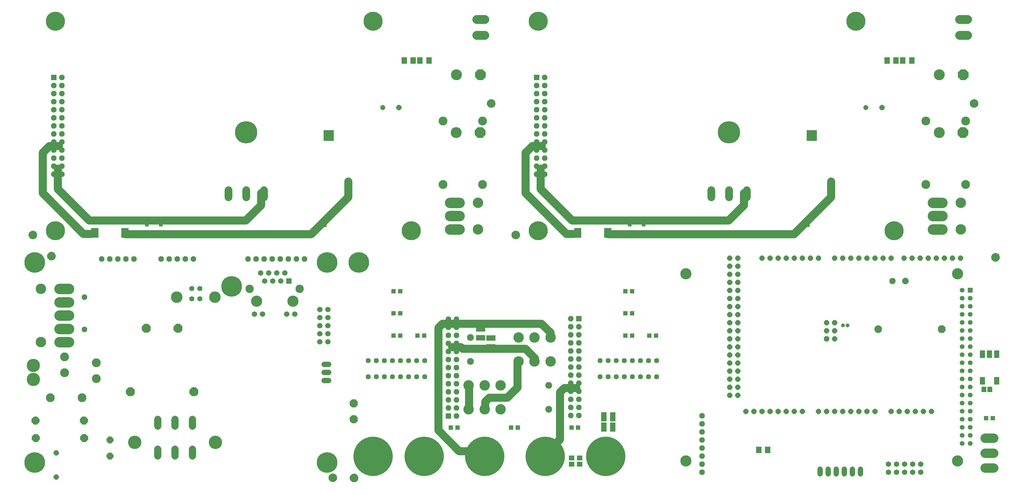
<source format=gbs>
G75*
G70*
%OFA0B0*%
%FSLAX24Y24*%
%IPPOS*%
%LPD*%
%AMOC8*
5,1,8,0,0,1.08239X$1,22.5*
%
%ADD10C,0.1000*%
%ADD11C,0.0973*%
%ADD12C,0.2759*%
%ADD13R,0.0674X0.0674*%
%ADD14OC8,0.0674*%
%ADD15C,0.1360*%
%ADD16OC8,0.1360*%
%ADD17C,0.1100*%
%ADD18OC8,0.0640*%
%ADD19OC8,0.0600*%
%ADD20C,0.1100*%
%ADD21OC8,0.0973*%
%ADD22C,0.0907*%
%ADD23OC8,0.0840*%
%ADD24C,0.1653*%
%ADD25C,0.0674*%
%ADD26C,0.0674*%
%ADD27C,0.0640*%
%ADD28C,0.1436*%
%ADD29C,0.1039*%
%ADD30C,0.1386*%
%ADD31OC8,0.0680*%
%ADD32C,0.0477*%
%ADD33C,0.0946*%
%ADD34OC8,0.0946*%
%ADD35OC8,0.0634*%
%ADD36C,0.1299*%
%ADD37C,0.0848*%
%ADD38C,0.4885*%
%ADD39R,0.0552X0.0552*%
%ADD40C,0.1172*%
%ADD41C,0.0595*%
%ADD42R,0.0595X0.0595*%
%ADD43C,0.0634*%
%ADD44R,0.0710X0.0789*%
%ADD45R,0.0592X0.0671*%
%ADD46C,0.0095*%
%ADD47C,0.0050*%
%ADD48C,0.0780*%
%ADD49OC8,0.0780*%
%ADD50OC8,0.1100*%
%ADD51C,0.1299*%
%ADD52R,0.0710X0.1143*%
%ADD53R,0.1143X0.0710*%
%ADD54R,0.0671X0.0592*%
%ADD55R,0.0710X0.0790*%
%ADD56OC8,0.0996*%
%ADD57R,0.0516X0.0516*%
%ADD58C,0.2365*%
%ADD59C,0.2562*%
%ADD60C,0.1650*%
D10*
X056090Y010222D02*
X056090Y022947D01*
X056590Y023447D01*
X068040Y023447D01*
X068140Y023447D02*
X068865Y023447D01*
X069990Y022322D01*
X069990Y021797D01*
X068065Y019147D02*
X066890Y020322D01*
X059090Y020322D01*
X058890Y020522D01*
X057815Y020522D01*
X065890Y018697D02*
X065890Y015522D01*
X064640Y014272D01*
X062390Y014272D01*
X061890Y013772D01*
X061890Y012847D01*
X059915Y012947D02*
X059915Y015747D01*
X068065Y018847D02*
X068065Y019147D01*
X071715Y015472D02*
X071165Y014922D01*
X071165Y009097D01*
X069740Y007672D01*
X060790Y007647D02*
X058665Y007647D01*
X056090Y010222D01*
X071715Y015472D02*
X073215Y015472D01*
X077133Y034522D02*
X100183Y034522D01*
X104783Y039122D01*
X104783Y041072D01*
X093983Y039622D02*
X093983Y038122D01*
X092083Y036222D01*
X072683Y036222D01*
X068783Y040122D01*
X068783Y042672D01*
X066908Y044622D02*
X066908Y039622D01*
X071958Y034572D01*
X072833Y034572D01*
X066908Y044622D02*
X067758Y045472D01*
X068908Y045472D01*
X044940Y041072D02*
X044940Y039122D01*
X040340Y034522D01*
X017290Y034522D01*
X012990Y034572D02*
X012115Y034572D01*
X007065Y039622D01*
X007065Y044622D01*
X007915Y045472D01*
X009065Y045472D01*
X008940Y042672D02*
X008940Y040122D01*
X012840Y036222D01*
X032240Y036222D01*
X034140Y038122D01*
X034140Y039622D01*
D11*
X034452Y040015D02*
X034452Y039130D01*
X032252Y039130D02*
X032252Y040015D01*
X030052Y040015D02*
X030052Y039130D01*
X089895Y039130D02*
X089895Y040015D01*
X092095Y040015D02*
X092095Y039130D01*
X094295Y039130D02*
X094295Y040015D01*
D12*
X092095Y047173D03*
X032252Y047173D03*
D13*
X008422Y053988D03*
X037556Y028746D03*
X057351Y012011D03*
X073493Y024067D03*
X068265Y053988D03*
D14*
X069265Y053988D03*
X069265Y052988D03*
X068265Y052988D03*
X068265Y051988D03*
X069265Y051988D03*
X069265Y050988D03*
X068265Y050988D03*
X068265Y049988D03*
X069265Y049988D03*
X069265Y048988D03*
X068265Y048988D03*
X068265Y047988D03*
X069265Y047988D03*
X069265Y046988D03*
X068265Y046988D03*
X068265Y045988D03*
X069265Y045988D03*
X069265Y044988D03*
X068265Y044988D03*
X068265Y043988D03*
X069265Y043988D03*
X069265Y042988D03*
X068265Y042988D03*
X068265Y041988D03*
X069265Y041988D03*
X039515Y031472D03*
X038515Y031472D03*
X037515Y031472D03*
X036515Y031472D03*
X035515Y031472D03*
X034515Y031472D03*
X033515Y031472D03*
X032515Y031472D03*
X025740Y031472D03*
X024740Y031472D03*
X023740Y031472D03*
X022740Y031472D03*
X021740Y031472D03*
X018365Y031472D03*
X017365Y031472D03*
X016365Y031472D03*
X015365Y031472D03*
X014365Y031472D03*
X009422Y041988D03*
X008422Y041988D03*
X008422Y042988D03*
X009422Y042988D03*
X009422Y043988D03*
X008422Y043988D03*
X008422Y044988D03*
X009422Y044988D03*
X009422Y045988D03*
X008422Y045988D03*
X008422Y046988D03*
X009422Y046988D03*
X009422Y047988D03*
X008422Y047988D03*
X008422Y048988D03*
X009422Y048988D03*
X009422Y049988D03*
X008422Y049988D03*
X008422Y050988D03*
X008422Y051988D03*
X009422Y051988D03*
X009422Y050988D03*
X009422Y052988D03*
X008422Y052988D03*
X009422Y053988D03*
X057351Y024011D03*
X058351Y024011D03*
X058351Y023011D03*
X057351Y023011D03*
X057351Y022011D03*
X058351Y022011D03*
X058351Y021011D03*
X057351Y021011D03*
X057351Y020011D03*
X057351Y019011D03*
X058351Y019011D03*
X058351Y020011D03*
X058351Y018011D03*
X057351Y018011D03*
X057351Y017011D03*
X058351Y017011D03*
X058351Y016011D03*
X057351Y016011D03*
X057351Y015011D03*
X057351Y014011D03*
X058351Y014011D03*
X058351Y015011D03*
X058351Y013011D03*
X057351Y013011D03*
X058351Y012011D03*
X072493Y012067D03*
X072493Y013067D03*
X073493Y013067D03*
X073493Y012067D03*
X073493Y014067D03*
X073493Y015067D03*
X072493Y015067D03*
X072493Y014067D03*
X072493Y016067D03*
X073493Y016067D03*
X073493Y017067D03*
X073493Y018067D03*
X072493Y018067D03*
X072493Y017067D03*
X072493Y019067D03*
X072493Y020067D03*
X073493Y020067D03*
X073493Y019067D03*
X073493Y021067D03*
X072493Y021067D03*
X072493Y022067D03*
X072493Y023067D03*
X073493Y023067D03*
X073493Y022067D03*
X072493Y024067D03*
X088765Y012047D03*
X088765Y011047D03*
X088765Y010047D03*
X088765Y009047D03*
X088765Y008047D03*
X088765Y007047D03*
X088765Y006047D03*
X088765Y005047D03*
D15*
X118157Y047147D03*
X118182Y054297D03*
X058339Y054297D03*
X058314Y047147D03*
D16*
X061267Y047147D03*
X061292Y054297D03*
X121134Y054297D03*
X121109Y047147D03*
D17*
X120683Y059197D02*
X121683Y059197D01*
X121683Y061166D02*
X120683Y061166D01*
X061840Y061166D02*
X060840Y061166D01*
X060840Y059197D02*
X061840Y059197D01*
D18*
X008740Y004447D03*
X008740Y007447D03*
X051215Y050247D03*
X111058Y050247D03*
D19*
X109058Y050247D03*
X049215Y050247D03*
D20*
X056655Y048584D03*
X061576Y048584D03*
X061576Y040710D03*
X056655Y040710D03*
X013709Y018598D03*
X013709Y016623D03*
X009772Y017371D03*
X009772Y019346D03*
X008003Y014287D03*
X011940Y014287D03*
X116497Y040710D03*
X121419Y040710D03*
X121419Y048584D03*
X116497Y048584D03*
D21*
X012176Y011442D03*
X012201Y009262D03*
X006201Y009262D03*
X006176Y011442D03*
D22*
X021290Y011610D02*
X021290Y010785D01*
X023440Y010785D02*
X023440Y011610D01*
X025590Y011610D02*
X025590Y010785D01*
X025590Y007910D02*
X025590Y007085D01*
X023440Y007085D02*
X023440Y007910D01*
X021290Y007910D02*
X021290Y007085D01*
D23*
X015390Y007022D03*
X015390Y009022D03*
D24*
X018465Y008722D03*
X028465Y008722D03*
D25*
X041919Y016397D02*
X042512Y016397D01*
X042512Y017397D02*
X041919Y017397D01*
X041919Y018397D02*
X042512Y018397D01*
X103415Y005419D02*
X103415Y004825D01*
X104415Y004825D02*
X104415Y005419D01*
X105415Y005419D02*
X105415Y004825D01*
X106415Y004825D02*
X106415Y005419D01*
X107415Y005419D02*
X107415Y004825D01*
X108415Y004825D02*
X108415Y005419D01*
D26*
X111865Y005022D03*
X112865Y005022D03*
X113865Y005022D03*
X114865Y005022D03*
X115865Y005022D03*
X115865Y006022D03*
X114865Y006022D03*
X113865Y006022D03*
X112865Y006022D03*
X111865Y006022D03*
X042410Y021210D03*
X041410Y021210D03*
X041410Y022210D03*
X041410Y023210D03*
X042410Y023210D03*
X042410Y022210D03*
X042410Y024210D03*
X041410Y024210D03*
X041410Y025210D03*
X042410Y025210D03*
X038296Y024628D03*
X037296Y024628D03*
X034316Y024628D03*
X033316Y024628D03*
X034556Y028746D03*
X035556Y028746D03*
X036556Y028746D03*
X037056Y029746D03*
X036056Y029746D03*
X035056Y029746D03*
X034056Y029746D03*
D27*
X026534Y027812D03*
X025550Y027812D03*
X025550Y026552D03*
X026534Y026552D03*
D28*
X028412Y026749D03*
X023672Y026749D03*
D29*
X032705Y027778D03*
X038906Y027778D03*
D30*
X038056Y026246D03*
X033556Y026246D03*
X086780Y029653D03*
X120441Y029653D03*
X120441Y006425D03*
X086780Y006425D03*
D31*
X104186Y021587D03*
X012240Y022722D03*
X012240Y026722D03*
D32*
X106240Y023247D03*
X106791Y023247D03*
D33*
X110585Y022772D03*
D34*
X118455Y022772D03*
D35*
X105186Y022587D03*
X104186Y022587D03*
X105186Y021587D03*
X105186Y023587D03*
X104186Y023587D03*
X093186Y023587D03*
X092186Y023587D03*
X092186Y022587D03*
X092186Y021587D03*
X093186Y021587D03*
X093186Y022587D03*
X093186Y020587D03*
X092186Y020587D03*
X092186Y019587D03*
X093186Y019587D03*
X093186Y018587D03*
X092186Y018587D03*
X092186Y017587D03*
X092186Y016587D03*
X093186Y016587D03*
X093186Y017587D03*
X093186Y015587D03*
X092186Y015587D03*
X092186Y014587D03*
X093186Y014587D03*
X094186Y012587D03*
X095186Y012587D03*
X096186Y012587D03*
X097186Y012587D03*
X098186Y012587D03*
X099186Y012587D03*
X100186Y012587D03*
X101186Y012587D03*
X103186Y012587D03*
X104186Y012587D03*
X105186Y012587D03*
X106186Y012587D03*
X107186Y012587D03*
X108186Y012587D03*
X109186Y012587D03*
X110186Y012587D03*
X112186Y012587D03*
X113186Y012587D03*
X114186Y012587D03*
X115186Y012587D03*
X116186Y012587D03*
X117186Y012587D03*
X093186Y024587D03*
X092186Y024587D03*
X092186Y025587D03*
X093186Y025587D03*
X093186Y026587D03*
X092186Y026587D03*
X092186Y027587D03*
X093186Y027587D03*
X093186Y028587D03*
X092186Y028587D03*
X092186Y029587D03*
X092186Y030587D03*
X093186Y030587D03*
X093186Y029587D03*
X093186Y031587D03*
X092186Y031587D03*
X096186Y031587D03*
X097186Y031587D03*
X098186Y031587D03*
X099186Y031587D03*
X100186Y031587D03*
X101186Y031587D03*
X102186Y031587D03*
X103186Y031587D03*
X105186Y031587D03*
X106186Y031587D03*
X107186Y031587D03*
X108186Y031587D03*
X109186Y031587D03*
X110186Y031587D03*
X111186Y031587D03*
X112186Y031587D03*
X113786Y031587D03*
X114786Y031587D03*
X115786Y031587D03*
X116786Y031587D03*
X117786Y031587D03*
X118786Y031587D03*
X119786Y031587D03*
X120786Y031587D03*
D36*
X120832Y035140D03*
X120832Y038447D03*
X069989Y021735D03*
X068004Y021735D03*
X066020Y021735D03*
X066020Y018759D03*
X068004Y018759D03*
X069989Y018759D03*
X063811Y015810D03*
X061827Y015810D03*
X059842Y015810D03*
X059842Y012834D03*
X061827Y012834D03*
X063811Y012834D03*
X060989Y035140D03*
X060989Y038447D03*
X006841Y027772D03*
X006841Y021158D03*
D37*
X060067Y021735D03*
X060067Y018759D03*
X069764Y015810D03*
X069764Y012834D03*
D38*
X069319Y007015D03*
X076819Y007015D03*
X061819Y007015D03*
X054319Y007015D03*
X048000Y007015D03*
D39*
X057626Y010559D03*
X058453Y010559D03*
X065107Y010559D03*
X065933Y010559D03*
X072587Y010559D03*
X073414Y010559D03*
X079280Y021976D03*
X080107Y021976D03*
X082233Y021976D03*
X083059Y021976D03*
X080107Y024732D03*
X079280Y024732D03*
X079280Y027488D03*
X080107Y027488D03*
X054319Y021976D03*
X053492Y021976D03*
X051366Y021976D03*
X050540Y021976D03*
X050540Y024732D03*
X051366Y024732D03*
X051366Y027488D03*
X050540Y027488D03*
X123965Y011740D03*
X124792Y011740D03*
D40*
X124911Y009259D02*
X123846Y009259D01*
X123846Y007409D02*
X124911Y007409D01*
X124911Y005559D02*
X123846Y005559D01*
D41*
X122016Y008590D03*
X121016Y008590D03*
X121016Y009590D03*
X122016Y009590D03*
X122016Y010590D03*
X121016Y010590D03*
X121016Y011590D03*
X122016Y011590D03*
X122016Y012590D03*
X121016Y012590D03*
X121016Y013590D03*
X122016Y013590D03*
X122016Y014590D03*
X121016Y014590D03*
X121016Y015590D03*
X122016Y015590D03*
X122016Y016590D03*
X121016Y016590D03*
X121016Y017590D03*
X122016Y017590D03*
X122016Y018590D03*
X121016Y018590D03*
X121016Y019590D03*
X122016Y019590D03*
X122016Y020590D03*
X121016Y020590D03*
X121016Y021590D03*
X122016Y021590D03*
X122016Y022590D03*
X121016Y022590D03*
X121016Y023590D03*
X122016Y023590D03*
X122016Y024590D03*
X121016Y024590D03*
X121016Y025590D03*
X122016Y025590D03*
X122016Y026590D03*
X121016Y026590D03*
X121016Y027590D03*
D42*
X122016Y027590D03*
D43*
X083150Y018858D03*
X082150Y018858D03*
X081150Y018858D03*
X080150Y018858D03*
X079150Y018858D03*
X078150Y018858D03*
X077150Y018858D03*
X076150Y018858D03*
X076150Y016858D03*
X077150Y016858D03*
X078150Y016858D03*
X079150Y016858D03*
X080150Y016858D03*
X081150Y016858D03*
X082150Y016858D03*
X083150Y016858D03*
X054410Y016858D03*
X053410Y016858D03*
X052410Y016858D03*
X051410Y016858D03*
X050410Y016858D03*
X049410Y016858D03*
X048410Y016858D03*
X047410Y016858D03*
X047410Y018858D03*
X048410Y018858D03*
X049410Y018858D03*
X050410Y018858D03*
X051410Y018858D03*
X052410Y018858D03*
X053410Y018858D03*
X054410Y018858D03*
D44*
X095789Y007797D03*
X096892Y007797D03*
X111707Y056072D03*
X112809Y056072D03*
X052967Y056072D03*
X051864Y056072D03*
D45*
X123691Y015297D03*
X124439Y015297D03*
D46*
X124996Y015979D02*
X124996Y016791D01*
X125532Y016791D01*
X125532Y015979D01*
X124996Y015979D01*
X124996Y016073D02*
X125532Y016073D01*
X125532Y016167D02*
X124996Y016167D01*
X124996Y016261D02*
X125532Y016261D01*
X125532Y016355D02*
X124996Y016355D01*
X124996Y016449D02*
X125532Y016449D01*
X125532Y016543D02*
X124996Y016543D01*
X124996Y016637D02*
X125532Y016637D01*
X125532Y016731D02*
X124996Y016731D01*
X123224Y016791D02*
X123224Y015979D01*
X123224Y016791D02*
X123760Y016791D01*
X123760Y015979D01*
X123224Y015979D01*
X123224Y016073D02*
X123760Y016073D01*
X123760Y016167D02*
X123224Y016167D01*
X123224Y016261D02*
X123760Y016261D01*
X123760Y016355D02*
X123224Y016355D01*
X123224Y016449D02*
X123760Y016449D01*
X123760Y016543D02*
X123224Y016543D01*
X123224Y016637D02*
X123760Y016637D01*
X123760Y016731D02*
X123224Y016731D01*
X123224Y019287D02*
X123224Y020099D01*
X123760Y020099D01*
X123760Y019287D01*
X123224Y019287D01*
X123224Y019381D02*
X123760Y019381D01*
X123760Y019475D02*
X123224Y019475D01*
X123224Y019569D02*
X123760Y019569D01*
X123760Y019663D02*
X123224Y019663D01*
X123224Y019757D02*
X123760Y019757D01*
X123760Y019851D02*
X123224Y019851D01*
X123224Y019945D02*
X123760Y019945D01*
X123760Y020039D02*
X123224Y020039D01*
X124110Y020099D02*
X124110Y019287D01*
X124110Y020099D02*
X124646Y020099D01*
X124646Y019287D01*
X124110Y019287D01*
X124110Y019381D02*
X124646Y019381D01*
X124646Y019475D02*
X124110Y019475D01*
X124110Y019569D02*
X124646Y019569D01*
X124646Y019663D02*
X124110Y019663D01*
X124110Y019757D02*
X124646Y019757D01*
X124646Y019851D02*
X124110Y019851D01*
X124110Y019945D02*
X124646Y019945D01*
X124646Y020039D02*
X124110Y020039D01*
X124996Y020099D02*
X124996Y019287D01*
X124996Y020099D02*
X125532Y020099D01*
X125532Y019287D01*
X124996Y019287D01*
X124996Y019381D02*
X125532Y019381D01*
X125532Y019475D02*
X124996Y019475D01*
X124996Y019569D02*
X125532Y019569D01*
X125532Y019663D02*
X124996Y019663D01*
X124996Y019757D02*
X125532Y019757D01*
X125532Y019851D02*
X124996Y019851D01*
X124996Y019945D02*
X125532Y019945D01*
X125532Y020039D02*
X124996Y020039D01*
D47*
X125140Y031172D02*
X125054Y031180D01*
X124969Y031202D01*
X124890Y031239D01*
X124819Y031289D01*
X124757Y031351D01*
X124707Y031422D01*
X124671Y031501D01*
X124648Y031585D01*
X124640Y031672D01*
X124648Y031759D01*
X124671Y031843D01*
X124707Y031922D01*
X124757Y031993D01*
X124819Y032055D01*
X124890Y032105D01*
X124969Y032142D01*
X125054Y032164D01*
X125140Y032172D01*
X125227Y032164D01*
X125311Y032142D01*
X125390Y032105D01*
X125462Y032055D01*
X125523Y031993D01*
X125573Y031922D01*
X125610Y031843D01*
X125633Y031759D01*
X125640Y031672D01*
X125633Y031585D01*
X125610Y031501D01*
X125573Y031422D01*
X125523Y031351D01*
X125462Y031289D01*
X125390Y031239D01*
X125311Y031202D01*
X125227Y031180D01*
X125140Y031172D01*
X124944Y031214D02*
X125337Y031214D01*
X125424Y031263D02*
X124857Y031263D01*
X124797Y031311D02*
X125484Y031311D01*
X125530Y031360D02*
X124751Y031360D01*
X124717Y031408D02*
X125564Y031408D01*
X125590Y031457D02*
X124691Y031457D01*
X124669Y031505D02*
X125611Y031505D01*
X125624Y031554D02*
X124656Y031554D01*
X124647Y031602D02*
X125634Y031602D01*
X125639Y031651D02*
X124642Y031651D01*
X124643Y031699D02*
X125638Y031699D01*
X125634Y031748D02*
X124647Y031748D01*
X124658Y031796D02*
X125623Y031796D01*
X125610Y031845D02*
X124671Y031845D01*
X124694Y031893D02*
X125587Y031893D01*
X125560Y031942D02*
X124721Y031942D01*
X124755Y031990D02*
X125526Y031990D01*
X125478Y032039D02*
X124803Y032039D01*
X124865Y032087D02*
X125416Y032087D01*
X125325Y032136D02*
X124956Y032136D01*
X122570Y050255D02*
X122483Y050247D01*
X122396Y050255D01*
X122312Y050277D01*
X122233Y050314D01*
X122162Y050364D01*
X122100Y050426D01*
X122050Y050497D01*
X122013Y050576D01*
X121991Y050660D01*
X121983Y050747D01*
X121991Y050834D01*
X122013Y050918D01*
X122050Y050997D01*
X122100Y051068D01*
X122162Y051130D01*
X122233Y051180D01*
X122312Y051217D01*
X122396Y051239D01*
X122483Y051247D01*
X122570Y051239D01*
X122654Y051217D01*
X122733Y051180D01*
X122804Y051130D01*
X122866Y051068D01*
X122916Y050997D01*
X122953Y050918D01*
X122975Y050834D01*
X122983Y050747D01*
X122975Y050660D01*
X122953Y050576D01*
X122916Y050497D01*
X122866Y050426D01*
X122804Y050364D01*
X122733Y050314D01*
X122654Y050277D01*
X122570Y050255D01*
X122645Y050275D02*
X122321Y050275D01*
X122220Y050323D02*
X122746Y050323D01*
X122812Y050372D02*
X122154Y050372D01*
X122105Y050420D02*
X122861Y050420D01*
X122896Y050469D02*
X122070Y050469D01*
X122040Y050517D02*
X122925Y050517D01*
X122948Y050566D02*
X122018Y050566D01*
X122003Y050614D02*
X122963Y050614D01*
X122976Y050663D02*
X121990Y050663D01*
X121986Y050711D02*
X122980Y050711D01*
X122982Y050760D02*
X121984Y050760D01*
X121988Y050808D02*
X122978Y050808D01*
X122969Y050857D02*
X121997Y050857D01*
X122010Y050905D02*
X122956Y050905D01*
X122936Y050954D02*
X122030Y050954D01*
X122054Y051002D02*
X122912Y051002D01*
X122878Y051051D02*
X122088Y051051D01*
X122131Y051099D02*
X122835Y051099D01*
X122779Y051148D02*
X122187Y051148D01*
X122268Y051196D02*
X122698Y051196D01*
X122509Y051245D02*
X122457Y051245D01*
X066153Y034618D02*
X066175Y034534D01*
X066183Y034447D01*
X066175Y034360D01*
X066153Y034276D01*
X066116Y034197D01*
X066066Y034126D01*
X066004Y034064D01*
X065933Y034014D01*
X065854Y033977D01*
X065770Y033955D01*
X065683Y033947D01*
X065596Y033955D01*
X065512Y033977D01*
X065433Y034014D01*
X065362Y034064D01*
X065300Y034126D01*
X065250Y034197D01*
X065213Y034276D01*
X065191Y034360D01*
X065183Y034447D01*
X065191Y034534D01*
X065213Y034618D01*
X065250Y034697D01*
X065300Y034768D01*
X065362Y034830D01*
X065433Y034880D01*
X065512Y034917D01*
X065596Y034939D01*
X065683Y034947D01*
X065770Y034939D01*
X065854Y034917D01*
X065933Y034880D01*
X066004Y034830D01*
X066066Y034768D01*
X066116Y034697D01*
X066153Y034618D01*
X066155Y034609D02*
X065211Y034609D01*
X065198Y034561D02*
X066168Y034561D01*
X066177Y034512D02*
X065189Y034512D01*
X065184Y034464D02*
X066181Y034464D01*
X066180Y034415D02*
X065186Y034415D01*
X065190Y034367D02*
X066176Y034367D01*
X066164Y034318D02*
X065202Y034318D01*
X065216Y034270D02*
X066150Y034270D01*
X066127Y034221D02*
X065239Y034221D01*
X065267Y034173D02*
X066099Y034173D01*
X066065Y034124D02*
X065301Y034124D01*
X065350Y034076D02*
X066016Y034076D01*
X065952Y034027D02*
X065414Y034027D01*
X065509Y033979D02*
X065857Y033979D01*
X066134Y034658D02*
X065232Y034658D01*
X065256Y034706D02*
X066110Y034706D01*
X066076Y034755D02*
X065290Y034755D01*
X065335Y034803D02*
X066031Y034803D01*
X065973Y034852D02*
X065392Y034852D01*
X065476Y034900D02*
X065890Y034900D01*
X062727Y050255D02*
X062640Y050247D01*
X062554Y050255D01*
X062469Y050277D01*
X062390Y050314D01*
X062319Y050364D01*
X062257Y050426D01*
X062207Y050497D01*
X062171Y050576D01*
X062148Y050660D01*
X062140Y050747D01*
X062148Y050834D01*
X062171Y050918D01*
X062207Y050997D01*
X062257Y051068D01*
X062319Y051130D01*
X062390Y051180D01*
X062469Y051217D01*
X062554Y051239D01*
X062640Y051247D01*
X062727Y051239D01*
X062811Y051217D01*
X062890Y051180D01*
X062962Y051130D01*
X063023Y051068D01*
X063073Y050997D01*
X063110Y050918D01*
X063133Y050834D01*
X063140Y050747D01*
X063133Y050660D01*
X063110Y050576D01*
X063073Y050497D01*
X063023Y050426D01*
X062962Y050364D01*
X062890Y050314D01*
X062811Y050277D01*
X062727Y050255D01*
X062802Y050275D02*
X062478Y050275D01*
X062377Y050323D02*
X062904Y050323D01*
X062970Y050372D02*
X062311Y050372D01*
X062263Y050420D02*
X063018Y050420D01*
X063054Y050469D02*
X062227Y050469D01*
X062198Y050517D02*
X063083Y050517D01*
X063105Y050566D02*
X062175Y050566D01*
X062160Y050614D02*
X063121Y050614D01*
X063133Y050663D02*
X062148Y050663D01*
X062144Y050711D02*
X063137Y050711D01*
X063139Y050760D02*
X062142Y050760D01*
X062146Y050808D02*
X063135Y050808D01*
X063127Y050857D02*
X062154Y050857D01*
X062167Y050905D02*
X063114Y050905D01*
X063094Y050954D02*
X062187Y050954D01*
X062211Y051002D02*
X063070Y051002D01*
X063036Y051051D02*
X062245Y051051D01*
X062288Y051099D02*
X062993Y051099D01*
X062937Y051148D02*
X062344Y051148D01*
X062425Y051196D02*
X062856Y051196D01*
X062666Y051245D02*
X062615Y051245D01*
X008610Y031993D02*
X008633Y031909D01*
X008640Y031822D01*
X008633Y031735D01*
X008610Y031651D01*
X008573Y031572D01*
X008523Y031501D01*
X008462Y031439D01*
X008390Y031389D01*
X008311Y031352D01*
X008227Y031330D01*
X008140Y031322D01*
X008054Y031330D01*
X007969Y031352D01*
X007890Y031389D01*
X007819Y031439D01*
X007757Y031501D01*
X007707Y031572D01*
X007671Y031651D01*
X008610Y031651D01*
X008623Y031699D02*
X007658Y031699D01*
X007648Y031735D02*
X007640Y031822D01*
X007648Y031909D01*
X007671Y031993D01*
X007707Y032072D01*
X007757Y032143D01*
X007819Y032205D01*
X007890Y032255D01*
X007969Y032292D01*
X008054Y032314D01*
X008140Y032322D01*
X008227Y032314D01*
X008311Y032292D01*
X008390Y032255D01*
X008462Y032205D01*
X008523Y032143D01*
X008573Y032072D01*
X008610Y031993D01*
X008611Y031990D02*
X007670Y031990D01*
X007657Y031942D02*
X008624Y031942D01*
X008634Y031893D02*
X007647Y031893D01*
X007642Y031845D02*
X008638Y031845D01*
X008638Y031796D02*
X007643Y031796D01*
X007647Y031748D02*
X008634Y031748D01*
X008587Y031602D02*
X007693Y031602D01*
X007671Y031651D02*
X007648Y031735D01*
X007720Y031554D02*
X008561Y031554D01*
X008527Y031505D02*
X007754Y031505D01*
X007801Y031457D02*
X008479Y031457D01*
X008418Y031408D02*
X007863Y031408D01*
X007953Y031360D02*
X008327Y031360D01*
X008589Y032039D02*
X007692Y032039D01*
X007718Y032087D02*
X008563Y032087D01*
X008529Y032136D02*
X007752Y032136D01*
X007798Y032184D02*
X008483Y032184D01*
X008422Y032233D02*
X007858Y032233D01*
X007946Y032281D02*
X008334Y032281D01*
X006223Y034126D02*
X006162Y034064D01*
X006090Y034014D01*
X006011Y033977D01*
X005927Y033955D01*
X005840Y033947D01*
X005754Y033955D01*
X005669Y033977D01*
X005590Y034014D01*
X005519Y034064D01*
X005457Y034126D01*
X005407Y034197D01*
X005371Y034276D01*
X005348Y034360D01*
X005340Y034447D01*
X005348Y034534D01*
X005371Y034618D01*
X005407Y034697D01*
X005457Y034768D01*
X005519Y034830D01*
X005590Y034880D01*
X005669Y034917D01*
X005754Y034939D01*
X005840Y034947D01*
X005927Y034939D01*
X006011Y034917D01*
X006090Y034880D01*
X006162Y034830D01*
X006223Y034768D01*
X006273Y034697D01*
X006310Y034618D01*
X006333Y034534D01*
X006340Y034447D01*
X006333Y034360D01*
X006310Y034276D01*
X006273Y034197D01*
X006223Y034126D01*
X006222Y034124D02*
X005459Y034124D01*
X005424Y034173D02*
X006256Y034173D01*
X006285Y034221D02*
X005396Y034221D01*
X005374Y034270D02*
X006307Y034270D01*
X006322Y034318D02*
X005359Y034318D01*
X005347Y034367D02*
X006333Y034367D01*
X006338Y034415D02*
X005343Y034415D01*
X005342Y034464D02*
X006339Y034464D01*
X006335Y034512D02*
X005346Y034512D01*
X005355Y034561D02*
X006326Y034561D01*
X006313Y034609D02*
X005368Y034609D01*
X005389Y034658D02*
X006292Y034658D01*
X006267Y034706D02*
X005414Y034706D01*
X005448Y034755D02*
X006233Y034755D01*
X006189Y034803D02*
X005492Y034803D01*
X005550Y034852D02*
X006131Y034852D01*
X006047Y034900D02*
X005634Y034900D01*
X005507Y034076D02*
X006173Y034076D01*
X006109Y034027D02*
X005572Y034027D01*
X005666Y033979D02*
X006015Y033979D01*
X042632Y004668D02*
X042694Y004730D01*
X042765Y004780D01*
X042844Y004817D01*
X042929Y004839D01*
X043015Y004847D01*
X043102Y004839D01*
X043186Y004817D01*
X043265Y004780D01*
X043337Y004730D01*
X043398Y004668D01*
X043448Y004597D01*
X043485Y004518D01*
X043508Y004434D01*
X043515Y004347D01*
X043508Y004260D01*
X043485Y004176D01*
X043448Y004097D01*
X043398Y004026D01*
X043337Y003964D01*
X043265Y003914D01*
X043186Y003877D01*
X043102Y003855D01*
X043015Y003847D01*
X042929Y003855D01*
X042844Y003877D01*
X042765Y003914D01*
X042694Y003964D01*
X042632Y004026D01*
X042582Y004097D01*
X042546Y004176D01*
X042523Y004260D01*
X042515Y004347D01*
X042523Y004434D01*
X042546Y004518D01*
X042582Y004597D01*
X042632Y004668D01*
X042649Y004685D02*
X043382Y004685D01*
X043421Y004636D02*
X042610Y004636D01*
X042578Y004588D02*
X043453Y004588D01*
X043475Y004539D02*
X042555Y004539D01*
X042538Y004491D02*
X043493Y004491D01*
X043506Y004442D02*
X042525Y004442D01*
X042519Y004394D02*
X043511Y004394D01*
X043515Y004345D02*
X042516Y004345D01*
X042520Y004297D02*
X043511Y004297D01*
X043505Y004248D02*
X042526Y004248D01*
X042539Y004200D02*
X043492Y004200D01*
X043474Y004151D02*
X042557Y004151D01*
X042580Y004103D02*
X043451Y004103D01*
X043418Y004054D02*
X042613Y004054D01*
X042653Y004006D02*
X043378Y004006D01*
X043327Y003957D02*
X042704Y003957D01*
X042777Y003909D02*
X043254Y003909D01*
X043122Y003860D02*
X042908Y003860D01*
X042698Y004733D02*
X043333Y004733D01*
X043262Y004782D02*
X042769Y004782D01*
X042894Y004830D02*
X043137Y004830D01*
X045148Y004409D02*
X045140Y004322D01*
X045148Y004235D01*
X045171Y004151D01*
X045207Y004072D01*
X045257Y004001D01*
X045319Y003939D01*
X045390Y003889D01*
X045469Y003852D01*
X045554Y003830D01*
X045640Y003822D01*
X045727Y003830D01*
X045811Y003852D01*
X045890Y003889D01*
X045962Y003939D01*
X046023Y004001D01*
X046073Y004072D01*
X046110Y004151D01*
X046133Y004235D01*
X046140Y004322D01*
X046133Y004409D01*
X046110Y004493D01*
X046073Y004572D01*
X046023Y004643D01*
X045962Y004705D01*
X045890Y004755D01*
X045811Y004792D01*
X045727Y004814D01*
X045640Y004822D01*
X045554Y004814D01*
X045469Y004792D01*
X045390Y004755D01*
X045319Y004705D01*
X045257Y004643D01*
X045207Y004572D01*
X045171Y004493D01*
X045148Y004409D01*
X045147Y004394D02*
X046134Y004394D01*
X046124Y004442D02*
X045157Y004442D01*
X045170Y004491D02*
X046111Y004491D01*
X046089Y004539D02*
X045192Y004539D01*
X045218Y004588D02*
X046063Y004588D01*
X046029Y004636D02*
X045252Y004636D01*
X045299Y004685D02*
X045982Y004685D01*
X045922Y004733D02*
X045359Y004733D01*
X045447Y004782D02*
X045834Y004782D01*
X046138Y004345D02*
X045142Y004345D01*
X045143Y004297D02*
X046138Y004297D01*
X046134Y004248D02*
X045147Y004248D01*
X045158Y004200D02*
X046123Y004200D01*
X046110Y004151D02*
X045171Y004151D01*
X045193Y004103D02*
X046088Y004103D01*
X046061Y004054D02*
X045220Y004054D01*
X045254Y004006D02*
X046027Y004006D01*
X045980Y003957D02*
X045301Y003957D01*
X045363Y003909D02*
X045918Y003909D01*
X045828Y003860D02*
X045453Y003860D01*
D48*
X112378Y028722D03*
D49*
X113953Y028722D03*
D50*
X025802Y015010D03*
X017928Y015010D03*
X019897Y022884D03*
X023834Y022884D03*
D51*
X010306Y022811D02*
X009125Y022811D01*
X009125Y024465D02*
X010306Y024465D01*
X010306Y026119D02*
X009125Y026119D01*
X009125Y027772D02*
X010306Y027772D01*
X010306Y021158D02*
X009125Y021158D01*
X057525Y035140D02*
X058706Y035140D01*
X058706Y036794D02*
X057525Y036794D01*
X057525Y038447D02*
X058706Y038447D01*
X117367Y038447D02*
X118548Y038447D01*
X118548Y036794D02*
X117367Y036794D01*
X117367Y035140D02*
X118548Y035140D01*
D52*
X077692Y011897D03*
X076589Y011897D03*
X076589Y010622D03*
X077692Y010622D03*
D53*
X062615Y020571D03*
X062615Y021673D03*
X061340Y021696D03*
X061340Y022798D03*
D54*
X072590Y006796D03*
X072590Y006048D03*
X073590Y006048D03*
X073590Y006796D03*
D55*
X054925Y056072D03*
X053806Y056072D03*
X113648Y056072D03*
X114768Y056072D03*
D56*
X045615Y013566D03*
X045615Y011597D03*
D57*
X073158Y034322D03*
X073158Y034697D03*
X073158Y035072D03*
X073583Y035072D03*
X073583Y034697D03*
X073583Y034322D03*
X076883Y034322D03*
X076883Y034697D03*
X076883Y035072D03*
X077308Y035072D03*
X077308Y034697D03*
X077308Y034322D03*
X079808Y035747D03*
X079808Y036172D03*
X081533Y036172D03*
X081533Y035747D03*
X101433Y035672D03*
X101433Y036072D03*
X101858Y036072D03*
X101858Y035672D03*
X101958Y046347D03*
X102358Y046347D03*
X102758Y046347D03*
X102758Y046772D03*
X102358Y046772D03*
X101958Y046772D03*
X101958Y047197D03*
X102358Y047197D03*
X102758Y047197D03*
X042915Y047197D03*
X042515Y047197D03*
X042115Y047197D03*
X042115Y046772D03*
X042515Y046772D03*
X042915Y046772D03*
X042915Y046347D03*
X042515Y046347D03*
X042115Y046347D03*
X042015Y036072D03*
X042015Y035672D03*
X041590Y035672D03*
X041590Y036072D03*
X021690Y036172D03*
X021690Y035747D03*
X019965Y035747D03*
X019965Y036172D03*
X017465Y035072D03*
X017465Y034697D03*
X017465Y034322D03*
X017040Y034322D03*
X017040Y034697D03*
X017040Y035072D03*
X013740Y035072D03*
X013740Y034697D03*
X013740Y034322D03*
X013315Y034322D03*
X013315Y034697D03*
X013315Y035072D03*
D58*
X008630Y034968D03*
X052725Y034968D03*
X068473Y034968D03*
X112567Y034968D03*
X107843Y060952D03*
X068473Y060952D03*
X048000Y060952D03*
X008630Y060952D03*
D59*
X006071Y031031D03*
X030481Y028078D03*
X042292Y031031D03*
X046229Y031031D03*
X042292Y006228D03*
X006071Y006228D03*
D60*
X005890Y016522D03*
X005890Y018272D03*
M02*

</source>
